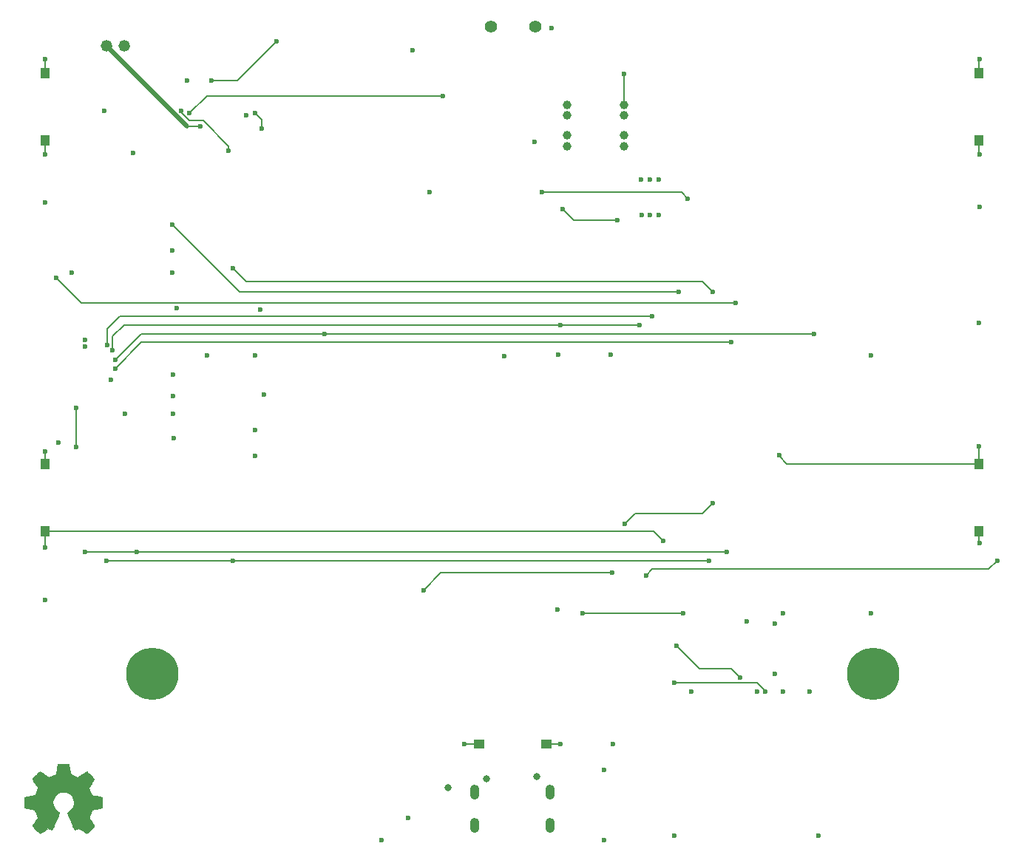
<source format=gbr>
%TF.GenerationSoftware,KiCad,Pcbnew,9.0.7*%
%TF.CreationDate,2026-02-12T15:19:16-05:00*%
%TF.ProjectId,OSHE-Reader-PCB,4f534845-2d52-4656-9164-65722d504342,rev?*%
%TF.SameCoordinates,Original*%
%TF.FileFunction,Copper,L1,Top*%
%TF.FilePolarity,Positive*%
%FSLAX46Y46*%
G04 Gerber Fmt 4.6, Leading zero omitted, Abs format (unit mm)*
G04 Created by KiCad (PCBNEW 9.0.7) date 2026-02-12 15:19:16*
%MOMM*%
%LPD*%
G01*
G04 APERTURE LIST*
%TA.AperFunction,EtchedComponent*%
%ADD10C,0.010000*%
%TD*%
%TA.AperFunction,WasherPad*%
%ADD11C,6.000000*%
%TD*%
%TA.AperFunction,SMDPad,CuDef*%
%ADD12R,1.000000X1.250000*%
%TD*%
%TA.AperFunction,SMDPad,CuDef*%
%ADD13R,1.250000X1.000000*%
%TD*%
%TA.AperFunction,ComponentPad*%
%ADD14C,1.400000*%
%TD*%
%TA.AperFunction,ComponentPad*%
%ADD15C,1.320800*%
%TD*%
%TA.AperFunction,WasherPad*%
%ADD16O,1.092200X1.701800*%
%TD*%
%TA.AperFunction,ViaPad*%
%ADD17C,0.600000*%
%TD*%
%TA.AperFunction,ViaPad*%
%ADD18C,0.800000*%
%TD*%
%TA.AperFunction,ViaPad*%
%ADD19C,1.000000*%
%TD*%
%TA.AperFunction,Conductor*%
%ADD20C,0.200000*%
%TD*%
%TA.AperFunction,Conductor*%
%ADD21C,0.500000*%
%TD*%
G04 APERTURE END LIST*
D10*
%TO.C,REF\u002A\u002A*%
X39278027Y-170900427D02*
X39390609Y-171497618D01*
X39806022Y-171668865D01*
X40221436Y-171840112D01*
X40719793Y-171501233D01*
X40859360Y-171406877D01*
X40985520Y-171322630D01*
X41092387Y-171252338D01*
X41174074Y-171199847D01*
X41224693Y-171169004D01*
X41238478Y-171162353D01*
X41263312Y-171179458D01*
X41316380Y-171226744D01*
X41391732Y-171298172D01*
X41483421Y-171387700D01*
X41585499Y-171489289D01*
X41692018Y-171596898D01*
X41797028Y-171704487D01*
X41894583Y-171806015D01*
X41978734Y-171895441D01*
X42043532Y-171966726D01*
X42083029Y-172013828D01*
X42092472Y-172029592D01*
X42078883Y-172058653D01*
X42040785Y-172122321D01*
X41982185Y-172214367D01*
X41907089Y-172328564D01*
X41819500Y-172458684D01*
X41768746Y-172532901D01*
X41676237Y-172668422D01*
X41594032Y-172790716D01*
X41526122Y-172893695D01*
X41476492Y-172971273D01*
X41449132Y-173017361D01*
X41445021Y-173027047D01*
X41454341Y-173054574D01*
X41479746Y-173118728D01*
X41517403Y-173210490D01*
X41563478Y-173320839D01*
X41614138Y-173440755D01*
X41665551Y-173561219D01*
X41713881Y-173673209D01*
X41755298Y-173767707D01*
X41785966Y-173835692D01*
X41802053Y-173868143D01*
X41803003Y-173869420D01*
X41828264Y-173875617D01*
X41895537Y-173889440D01*
X41997852Y-173909532D01*
X42128233Y-173934534D01*
X42279708Y-173963086D01*
X42368085Y-173979551D01*
X42529944Y-174010369D01*
X42676141Y-174039694D01*
X42799279Y-174065921D01*
X42891961Y-174087446D01*
X42946793Y-174102665D01*
X42957815Y-174107493D01*
X42968610Y-174140174D01*
X42977321Y-174213985D01*
X42983952Y-174320292D01*
X42988510Y-174450467D01*
X42991001Y-174595876D01*
X42991430Y-174747890D01*
X42989803Y-174897877D01*
X42986127Y-175037206D01*
X42980407Y-175157245D01*
X42972649Y-175249365D01*
X42962860Y-175304932D01*
X42956988Y-175316500D01*
X42921891Y-175330365D01*
X42847520Y-175350188D01*
X42743715Y-175373639D01*
X42620311Y-175398391D01*
X42577233Y-175406398D01*
X42369539Y-175444441D01*
X42205476Y-175475079D01*
X42079622Y-175499529D01*
X41986557Y-175519009D01*
X41920859Y-175534736D01*
X41877109Y-175547928D01*
X41849884Y-175559804D01*
X41833764Y-175571580D01*
X41831509Y-175573908D01*
X41808995Y-175611400D01*
X41774650Y-175684365D01*
X41731903Y-175783867D01*
X41684184Y-175900973D01*
X41634922Y-176026748D01*
X41587547Y-176152257D01*
X41545487Y-176268565D01*
X41512172Y-176366739D01*
X41491033Y-176437843D01*
X41485497Y-176472942D01*
X41485958Y-176474172D01*
X41504715Y-176502861D01*
X41547268Y-176565985D01*
X41609145Y-176656973D01*
X41685874Y-176769255D01*
X41772983Y-176896260D01*
X41797790Y-176932353D01*
X41886244Y-177063203D01*
X41964080Y-177182591D01*
X42027058Y-177283662D01*
X42070937Y-177359559D01*
X42091477Y-177403427D01*
X42092472Y-177408817D01*
X42075214Y-177437144D01*
X42027527Y-177493261D01*
X41955542Y-177571137D01*
X41865389Y-177664740D01*
X41763197Y-177768041D01*
X41655097Y-177875006D01*
X41547220Y-177979606D01*
X41445696Y-178075809D01*
X41356654Y-178157584D01*
X41286225Y-178218900D01*
X41240539Y-178253726D01*
X41227901Y-178259412D01*
X41198483Y-178246020D01*
X41138253Y-178209899D01*
X41057021Y-178157136D01*
X40994522Y-178114667D01*
X40881277Y-178036740D01*
X40747166Y-177944984D01*
X40612647Y-177853375D01*
X40540325Y-177804346D01*
X40295530Y-177638770D01*
X40090042Y-177749875D01*
X39996428Y-177798548D01*
X39916822Y-177836381D01*
X39862959Y-177857958D01*
X39849249Y-177860961D01*
X39832762Y-177838793D01*
X39800237Y-177776149D01*
X39754100Y-177678809D01*
X39696782Y-177552549D01*
X39630708Y-177403150D01*
X39558307Y-177236388D01*
X39482008Y-177058042D01*
X39404238Y-176873891D01*
X39327426Y-176689712D01*
X39253998Y-176511285D01*
X39186384Y-176344387D01*
X39127012Y-176194797D01*
X39078308Y-176068293D01*
X39042702Y-175970654D01*
X39022622Y-175907657D01*
X39019392Y-175886021D01*
X39044988Y-175858424D01*
X39101030Y-175813625D01*
X39175803Y-175760934D01*
X39182079Y-175756765D01*
X39375337Y-175602069D01*
X39531166Y-175421591D01*
X39648216Y-175221102D01*
X39725137Y-175006374D01*
X39760578Y-174783177D01*
X39753189Y-174557281D01*
X39701619Y-174334459D01*
X39604518Y-174120479D01*
X39575950Y-174073664D01*
X39427360Y-173884618D01*
X39251819Y-173732812D01*
X39055402Y-173619034D01*
X38844185Y-173544075D01*
X38624245Y-173508722D01*
X38401655Y-173513767D01*
X38182493Y-173559999D01*
X37972834Y-173648206D01*
X37778753Y-173779179D01*
X37718718Y-173832337D01*
X37565927Y-173998739D01*
X37454589Y-174173912D01*
X37378215Y-174370266D01*
X37335679Y-174564717D01*
X37325178Y-174783342D01*
X37360192Y-175003052D01*
X37437165Y-175216420D01*
X37552539Y-175416022D01*
X37702757Y-175594429D01*
X37884265Y-175744217D01*
X37908119Y-175760006D01*
X37983693Y-175811712D01*
X38041143Y-175856512D01*
X38068609Y-175885117D01*
X38069009Y-175886021D01*
X38063112Y-175916964D01*
X38039737Y-175987191D01*
X38001313Y-176090925D01*
X37950269Y-176222390D01*
X37889034Y-176375807D01*
X37820036Y-176545401D01*
X37745705Y-176725393D01*
X37668470Y-176910008D01*
X37590760Y-177093468D01*
X37515003Y-177269996D01*
X37443629Y-177433814D01*
X37379066Y-177579147D01*
X37323744Y-177700217D01*
X37280092Y-177791247D01*
X37250538Y-177846460D01*
X37238636Y-177860961D01*
X37202269Y-177849669D01*
X37134222Y-177819385D01*
X37046228Y-177775520D01*
X36997842Y-177749875D01*
X36792355Y-177638770D01*
X36547560Y-177804346D01*
X36422598Y-177889170D01*
X36285787Y-177982516D01*
X36157580Y-178070408D01*
X36093363Y-178114667D01*
X36003043Y-178175318D01*
X35926563Y-178223381D01*
X35873899Y-178252770D01*
X35856794Y-178258982D01*
X35831897Y-178242223D01*
X35776797Y-178195436D01*
X35696835Y-178123480D01*
X35597352Y-178031212D01*
X35483692Y-177923490D01*
X35411807Y-177854326D01*
X35286043Y-177730757D01*
X35177355Y-177620234D01*
X35090137Y-177527485D01*
X35028781Y-177457237D01*
X34997683Y-177414220D01*
X34994700Y-177405490D01*
X35008545Y-177372284D01*
X35046804Y-177305142D01*
X35105233Y-177210863D01*
X35179589Y-177096245D01*
X35265627Y-176968083D01*
X35290094Y-176932353D01*
X35379246Y-176802489D01*
X35459230Y-176685569D01*
X35525572Y-176588162D01*
X35573803Y-176516839D01*
X35599449Y-176478170D01*
X35601927Y-176474172D01*
X35598221Y-176443355D01*
X35578553Y-176375599D01*
X35546352Y-176279839D01*
X35505047Y-176165009D01*
X35458067Y-176040044D01*
X35408841Y-175913879D01*
X35360800Y-175795448D01*
X35317373Y-175693685D01*
X35281988Y-175617526D01*
X35258076Y-175575904D01*
X35256376Y-175573908D01*
X35241754Y-175562013D01*
X35217057Y-175550250D01*
X35176864Y-175537401D01*
X35115755Y-175522249D01*
X35028309Y-175503576D01*
X34909104Y-175480165D01*
X34752719Y-175450797D01*
X34553735Y-175414255D01*
X34510652Y-175406398D01*
X34382962Y-175381727D01*
X34271645Y-175357593D01*
X34186537Y-175336324D01*
X34137475Y-175320248D01*
X34130897Y-175316500D01*
X34120056Y-175283273D01*
X34111245Y-175209021D01*
X34104468Y-175102376D01*
X34099732Y-174971967D01*
X34097042Y-174826427D01*
X34096405Y-174674386D01*
X34097826Y-174524476D01*
X34101312Y-174385328D01*
X34106868Y-174265572D01*
X34114500Y-174173841D01*
X34124214Y-174118766D01*
X34130070Y-174107493D01*
X34162672Y-174096123D01*
X34236910Y-174077624D01*
X34345388Y-174053602D01*
X34480709Y-174025662D01*
X34635477Y-173995408D01*
X34719799Y-173979551D01*
X34879788Y-173949644D01*
X35022459Y-173922550D01*
X35140840Y-173899631D01*
X35227957Y-173882243D01*
X35276837Y-173871747D01*
X35284882Y-173869420D01*
X35298479Y-173843186D01*
X35327221Y-173779995D01*
X35367277Y-173688877D01*
X35414816Y-173578857D01*
X35466007Y-173458965D01*
X35517018Y-173338227D01*
X35564018Y-173225671D01*
X35603176Y-173130326D01*
X35630661Y-173061217D01*
X35642641Y-173027374D01*
X35642864Y-173025895D01*
X35629283Y-172999197D01*
X35591207Y-172937760D01*
X35532639Y-172847689D01*
X35457580Y-172735090D01*
X35370032Y-172606070D01*
X35319139Y-172531961D01*
X35226401Y-172396077D01*
X35144033Y-172272709D01*
X35076053Y-172168097D01*
X35026480Y-172088483D01*
X34999334Y-172040107D01*
X34995413Y-172029262D01*
X35012267Y-172004020D01*
X35058860Y-171950124D01*
X35129240Y-171873613D01*
X35217457Y-171780523D01*
X35317557Y-171676895D01*
X35423590Y-171568764D01*
X35529603Y-171462170D01*
X35629644Y-171363150D01*
X35717762Y-171277742D01*
X35788005Y-171211985D01*
X35834420Y-171171916D01*
X35849948Y-171162353D01*
X35875231Y-171175800D01*
X35935703Y-171213575D01*
X36025484Y-171271835D01*
X36138695Y-171346734D01*
X36269455Y-171434425D01*
X36368091Y-171501233D01*
X36866449Y-171840112D01*
X37281862Y-171668865D01*
X37697276Y-171497618D01*
X37809858Y-170900427D01*
X37922441Y-170303235D01*
X39165444Y-170303235D01*
X39278027Y-170900427D01*
%TA.AperFunction,EtchedComponent*%
G36*
X39278027Y-170900427D02*
G01*
X39390609Y-171497618D01*
X39806022Y-171668865D01*
X40221436Y-171840112D01*
X40719793Y-171501233D01*
X40859360Y-171406877D01*
X40985520Y-171322630D01*
X41092387Y-171252338D01*
X41174074Y-171199847D01*
X41224693Y-171169004D01*
X41238478Y-171162353D01*
X41263312Y-171179458D01*
X41316380Y-171226744D01*
X41391732Y-171298172D01*
X41483421Y-171387700D01*
X41585499Y-171489289D01*
X41692018Y-171596898D01*
X41797028Y-171704487D01*
X41894583Y-171806015D01*
X41978734Y-171895441D01*
X42043532Y-171966726D01*
X42083029Y-172013828D01*
X42092472Y-172029592D01*
X42078883Y-172058653D01*
X42040785Y-172122321D01*
X41982185Y-172214367D01*
X41907089Y-172328564D01*
X41819500Y-172458684D01*
X41768746Y-172532901D01*
X41676237Y-172668422D01*
X41594032Y-172790716D01*
X41526122Y-172893695D01*
X41476492Y-172971273D01*
X41449132Y-173017361D01*
X41445021Y-173027047D01*
X41454341Y-173054574D01*
X41479746Y-173118728D01*
X41517403Y-173210490D01*
X41563478Y-173320839D01*
X41614138Y-173440755D01*
X41665551Y-173561219D01*
X41713881Y-173673209D01*
X41755298Y-173767707D01*
X41785966Y-173835692D01*
X41802053Y-173868143D01*
X41803003Y-173869420D01*
X41828264Y-173875617D01*
X41895537Y-173889440D01*
X41997852Y-173909532D01*
X42128233Y-173934534D01*
X42279708Y-173963086D01*
X42368085Y-173979551D01*
X42529944Y-174010369D01*
X42676141Y-174039694D01*
X42799279Y-174065921D01*
X42891961Y-174087446D01*
X42946793Y-174102665D01*
X42957815Y-174107493D01*
X42968610Y-174140174D01*
X42977321Y-174213985D01*
X42983952Y-174320292D01*
X42988510Y-174450467D01*
X42991001Y-174595876D01*
X42991430Y-174747890D01*
X42989803Y-174897877D01*
X42986127Y-175037206D01*
X42980407Y-175157245D01*
X42972649Y-175249365D01*
X42962860Y-175304932D01*
X42956988Y-175316500D01*
X42921891Y-175330365D01*
X42847520Y-175350188D01*
X42743715Y-175373639D01*
X42620311Y-175398391D01*
X42577233Y-175406398D01*
X42369539Y-175444441D01*
X42205476Y-175475079D01*
X42079622Y-175499529D01*
X41986557Y-175519009D01*
X41920859Y-175534736D01*
X41877109Y-175547928D01*
X41849884Y-175559804D01*
X41833764Y-175571580D01*
X41831509Y-175573908D01*
X41808995Y-175611400D01*
X41774650Y-175684365D01*
X41731903Y-175783867D01*
X41684184Y-175900973D01*
X41634922Y-176026748D01*
X41587547Y-176152257D01*
X41545487Y-176268565D01*
X41512172Y-176366739D01*
X41491033Y-176437843D01*
X41485497Y-176472942D01*
X41485958Y-176474172D01*
X41504715Y-176502861D01*
X41547268Y-176565985D01*
X41609145Y-176656973D01*
X41685874Y-176769255D01*
X41772983Y-176896260D01*
X41797790Y-176932353D01*
X41886244Y-177063203D01*
X41964080Y-177182591D01*
X42027058Y-177283662D01*
X42070937Y-177359559D01*
X42091477Y-177403427D01*
X42092472Y-177408817D01*
X42075214Y-177437144D01*
X42027527Y-177493261D01*
X41955542Y-177571137D01*
X41865389Y-177664740D01*
X41763197Y-177768041D01*
X41655097Y-177875006D01*
X41547220Y-177979606D01*
X41445696Y-178075809D01*
X41356654Y-178157584D01*
X41286225Y-178218900D01*
X41240539Y-178253726D01*
X41227901Y-178259412D01*
X41198483Y-178246020D01*
X41138253Y-178209899D01*
X41057021Y-178157136D01*
X40994522Y-178114667D01*
X40881277Y-178036740D01*
X40747166Y-177944984D01*
X40612647Y-177853375D01*
X40540325Y-177804346D01*
X40295530Y-177638770D01*
X40090042Y-177749875D01*
X39996428Y-177798548D01*
X39916822Y-177836381D01*
X39862959Y-177857958D01*
X39849249Y-177860961D01*
X39832762Y-177838793D01*
X39800237Y-177776149D01*
X39754100Y-177678809D01*
X39696782Y-177552549D01*
X39630708Y-177403150D01*
X39558307Y-177236388D01*
X39482008Y-177058042D01*
X39404238Y-176873891D01*
X39327426Y-176689712D01*
X39253998Y-176511285D01*
X39186384Y-176344387D01*
X39127012Y-176194797D01*
X39078308Y-176068293D01*
X39042702Y-175970654D01*
X39022622Y-175907657D01*
X39019392Y-175886021D01*
X39044988Y-175858424D01*
X39101030Y-175813625D01*
X39175803Y-175760934D01*
X39182079Y-175756765D01*
X39375337Y-175602069D01*
X39531166Y-175421591D01*
X39648216Y-175221102D01*
X39725137Y-175006374D01*
X39760578Y-174783177D01*
X39753189Y-174557281D01*
X39701619Y-174334459D01*
X39604518Y-174120479D01*
X39575950Y-174073664D01*
X39427360Y-173884618D01*
X39251819Y-173732812D01*
X39055402Y-173619034D01*
X38844185Y-173544075D01*
X38624245Y-173508722D01*
X38401655Y-173513767D01*
X38182493Y-173559999D01*
X37972834Y-173648206D01*
X37778753Y-173779179D01*
X37718718Y-173832337D01*
X37565927Y-173998739D01*
X37454589Y-174173912D01*
X37378215Y-174370266D01*
X37335679Y-174564717D01*
X37325178Y-174783342D01*
X37360192Y-175003052D01*
X37437165Y-175216420D01*
X37552539Y-175416022D01*
X37702757Y-175594429D01*
X37884265Y-175744217D01*
X37908119Y-175760006D01*
X37983693Y-175811712D01*
X38041143Y-175856512D01*
X38068609Y-175885117D01*
X38069009Y-175886021D01*
X38063112Y-175916964D01*
X38039737Y-175987191D01*
X38001313Y-176090925D01*
X37950269Y-176222390D01*
X37889034Y-176375807D01*
X37820036Y-176545401D01*
X37745705Y-176725393D01*
X37668470Y-176910008D01*
X37590760Y-177093468D01*
X37515003Y-177269996D01*
X37443629Y-177433814D01*
X37379066Y-177579147D01*
X37323744Y-177700217D01*
X37280092Y-177791247D01*
X37250538Y-177846460D01*
X37238636Y-177860961D01*
X37202269Y-177849669D01*
X37134222Y-177819385D01*
X37046228Y-177775520D01*
X36997842Y-177749875D01*
X36792355Y-177638770D01*
X36547560Y-177804346D01*
X36422598Y-177889170D01*
X36285787Y-177982516D01*
X36157580Y-178070408D01*
X36093363Y-178114667D01*
X36003043Y-178175318D01*
X35926563Y-178223381D01*
X35873899Y-178252770D01*
X35856794Y-178258982D01*
X35831897Y-178242223D01*
X35776797Y-178195436D01*
X35696835Y-178123480D01*
X35597352Y-178031212D01*
X35483692Y-177923490D01*
X35411807Y-177854326D01*
X35286043Y-177730757D01*
X35177355Y-177620234D01*
X35090137Y-177527485D01*
X35028781Y-177457237D01*
X34997683Y-177414220D01*
X34994700Y-177405490D01*
X35008545Y-177372284D01*
X35046804Y-177305142D01*
X35105233Y-177210863D01*
X35179589Y-177096245D01*
X35265627Y-176968083D01*
X35290094Y-176932353D01*
X35379246Y-176802489D01*
X35459230Y-176685569D01*
X35525572Y-176588162D01*
X35573803Y-176516839D01*
X35599449Y-176478170D01*
X35601927Y-176474172D01*
X35598221Y-176443355D01*
X35578553Y-176375599D01*
X35546352Y-176279839D01*
X35505047Y-176165009D01*
X35458067Y-176040044D01*
X35408841Y-175913879D01*
X35360800Y-175795448D01*
X35317373Y-175693685D01*
X35281988Y-175617526D01*
X35258076Y-175575904D01*
X35256376Y-175573908D01*
X35241754Y-175562013D01*
X35217057Y-175550250D01*
X35176864Y-175537401D01*
X35115755Y-175522249D01*
X35028309Y-175503576D01*
X34909104Y-175480165D01*
X34752719Y-175450797D01*
X34553735Y-175414255D01*
X34510652Y-175406398D01*
X34382962Y-175381727D01*
X34271645Y-175357593D01*
X34186537Y-175336324D01*
X34137475Y-175320248D01*
X34130897Y-175316500D01*
X34120056Y-175283273D01*
X34111245Y-175209021D01*
X34104468Y-175102376D01*
X34099732Y-174971967D01*
X34097042Y-174826427D01*
X34096405Y-174674386D01*
X34097826Y-174524476D01*
X34101312Y-174385328D01*
X34106868Y-174265572D01*
X34114500Y-174173841D01*
X34124214Y-174118766D01*
X34130070Y-174107493D01*
X34162672Y-174096123D01*
X34236910Y-174077624D01*
X34345388Y-174053602D01*
X34480709Y-174025662D01*
X34635477Y-173995408D01*
X34719799Y-173979551D01*
X34879788Y-173949644D01*
X35022459Y-173922550D01*
X35140840Y-173899631D01*
X35227957Y-173882243D01*
X35276837Y-173871747D01*
X35284882Y-173869420D01*
X35298479Y-173843186D01*
X35327221Y-173779995D01*
X35367277Y-173688877D01*
X35414816Y-173578857D01*
X35466007Y-173458965D01*
X35517018Y-173338227D01*
X35564018Y-173225671D01*
X35603176Y-173130326D01*
X35630661Y-173061217D01*
X35642641Y-173027374D01*
X35642864Y-173025895D01*
X35629283Y-172999197D01*
X35591207Y-172937760D01*
X35532639Y-172847689D01*
X35457580Y-172735090D01*
X35370032Y-172606070D01*
X35319139Y-172531961D01*
X35226401Y-172396077D01*
X35144033Y-172272709D01*
X35076053Y-172168097D01*
X35026480Y-172088483D01*
X34999334Y-172040107D01*
X34995413Y-172029262D01*
X35012267Y-172004020D01*
X35058860Y-171950124D01*
X35129240Y-171873613D01*
X35217457Y-171780523D01*
X35317557Y-171676895D01*
X35423590Y-171568764D01*
X35529603Y-171462170D01*
X35629644Y-171363150D01*
X35717762Y-171277742D01*
X35788005Y-171211985D01*
X35834420Y-171171916D01*
X35849948Y-171162353D01*
X35875231Y-171175800D01*
X35935703Y-171213575D01*
X36025484Y-171271835D01*
X36138695Y-171346734D01*
X36269455Y-171434425D01*
X36368091Y-171501233D01*
X36866449Y-171840112D01*
X37281862Y-171668865D01*
X37697276Y-171497618D01*
X37809858Y-170900427D01*
X37922441Y-170303235D01*
X39165444Y-170303235D01*
X39278027Y-170900427D01*
G37*
%TD.AperFunction*%
%TD*%
D11*
%TO.P,H2,*%
%TO.N,*%
X131250000Y-160000000D03*
%TD*%
D12*
%TO.P,SW2,1,1*%
%TO.N,+3V3*%
X143400131Y-143675700D03*
%TO.P,SW2,2,2*%
%TO.N,/Buttons/RightButton*%
X143400131Y-135925700D03*
%TD*%
D13*
%TO.P,SW5,1,1*%
%TO.N,+3V3*%
X86125000Y-168000000D03*
%TO.P,SW5,2,2*%
%TO.N,/Buttons/HomeButton*%
X93875000Y-168000000D03*
%TD*%
D14*
%TO.P,TH2,1*%
%TO.N,/Battery Charging/TS*%
X87490000Y-85775800D03*
%TO.P,TH2,2*%
%TO.N,GND*%
X92570000Y-85775800D03*
%TD*%
D12*
%TO.P,SW3,1,1*%
%TO.N,+3V3*%
X36500000Y-91125001D03*
%TO.P,SW3,2,2*%
%TO.N,/Buttons/UpButton*%
X36500000Y-98875001D03*
%TD*%
%TO.P,SW1,1,1*%
%TO.N,/Buttons/LeftButton*%
X143400000Y-98875001D03*
%TO.P,SW1,2,2*%
%TO.N,+3V3*%
X143400000Y-91125001D03*
%TD*%
%TO.P,SW4,1,1*%
%TO.N,+3V3*%
X36500000Y-135925702D03*
%TO.P,SW4,2,2*%
%TO.N,/Buttons/DownButton*%
X36500000Y-143675702D03*
%TD*%
D11*
%TO.P,H1,*%
%TO.N,*%
X48750000Y-160000000D03*
%TD*%
D15*
%TO.P,J4,1,1*%
%TO.N,/BAT+*%
X43486400Y-88040000D03*
%TO.P,J4,2,2*%
%TO.N,GND*%
X45486401Y-88040000D03*
%TD*%
D16*
%TO.P,J1,*%
%TO.N,*%
X94320000Y-177345599D03*
X94320000Y-173545600D03*
X85680000Y-177345599D03*
X85680000Y-173545600D03*
%TD*%
D17*
%TO.N,/Battery Charging/VBUS*%
X61250000Y-97500000D03*
X60500000Y-95750000D03*
%TO.N,GND*%
X75000000Y-179000000D03*
X43250000Y-95500000D03*
X55000000Y-123500000D03*
X36500000Y-106000000D03*
X39500000Y-114000000D03*
X118000000Y-162000000D03*
X44000000Y-126274202D03*
D18*
X82600000Y-173000000D03*
D19*
X102750000Y-99500000D03*
X102750000Y-94750000D03*
D17*
X61091350Y-118200000D03*
X105750000Y-107400000D03*
X101200000Y-123400000D03*
X51000000Y-114000000D03*
X36500000Y-151500000D03*
X46500000Y-100250000D03*
X110500000Y-162000000D03*
X51500000Y-118108375D03*
D19*
X102750000Y-96000000D03*
D17*
X104750000Y-107400000D03*
X131000000Y-153000000D03*
X124000000Y-162000000D03*
X60500000Y-132000000D03*
X116800000Y-154000000D03*
X51200000Y-133000000D03*
X92500000Y-99000000D03*
D19*
X102750000Y-98250000D03*
D17*
X51086273Y-125665039D03*
X121000000Y-153000000D03*
X105750000Y-103300000D03*
X95140000Y-152640000D03*
X106750000Y-107425000D03*
X106750000Y-103325000D03*
X100500000Y-179000000D03*
X51086273Y-128165039D03*
X80500000Y-104750000D03*
X104725000Y-103325000D03*
X108500000Y-178500000D03*
X51000000Y-111500000D03*
X125000000Y-178500000D03*
X78500000Y-88500000D03*
X60500000Y-135000000D03*
X121000000Y-162000000D03*
X120000000Y-154200000D03*
X78000000Y-176500000D03*
X52750000Y-92000000D03*
X41000000Y-121674201D03*
X102750000Y-91250000D03*
X89000000Y-123600000D03*
X59500000Y-96000000D03*
X94500000Y-86000000D03*
D18*
X87000000Y-172000000D03*
D17*
X51086273Y-130165039D03*
X100500000Y-171000000D03*
X143400000Y-119800000D03*
X131000000Y-123500000D03*
X101500000Y-168000000D03*
D18*
X92749936Y-171749936D03*
D17*
X38000000Y-133500000D03*
X143500000Y-106500000D03*
%TO.N,+3V3*%
X84500000Y-168000000D03*
X36500000Y-89500000D03*
D19*
X96250000Y-96000000D03*
D17*
X36500000Y-134500000D03*
X41000000Y-122500000D03*
X143500000Y-89500000D03*
D19*
X96250000Y-94750000D03*
D17*
X143500000Y-145000000D03*
X95200000Y-123400000D03*
X120000000Y-160000000D03*
X61500000Y-128000000D03*
D19*
X96250000Y-98250000D03*
D17*
X45600000Y-130200000D03*
X60500000Y-123500000D03*
D19*
X96250000Y-99500000D03*
D17*
%TO.N,/SCK*%
X104500000Y-120000000D03*
X44176702Y-122893731D03*
X108500000Y-161000000D03*
X95500000Y-120000000D03*
X118933800Y-162000000D03*
%TO.N,/COPI*%
X106000000Y-119000000D03*
X108776000Y-156776000D03*
X116033799Y-160400000D03*
X43576700Y-122293731D03*
%TO.N,/EP_RESET*%
X44500000Y-124000000D03*
X68500000Y-121000000D03*
X124500000Y-121000000D03*
%TO.N,/EP_CS*%
X41000000Y-146000000D03*
X40000000Y-129500000D03*
X47000000Y-146000000D03*
X40000000Y-134000000D03*
X114500000Y-146000000D03*
%TO.N,/EP_BUSY*%
X44500000Y-125000000D03*
X115000000Y-122000000D03*
%TO.N,/EP_D{slash}C*%
X58000000Y-147000000D03*
X43500000Y-147000000D03*
X112500000Y-147000000D03*
%TO.N,/Buttons/RightButton*%
X120540000Y-134960000D03*
X143400131Y-133865669D03*
%TO.N,Net-(U4-GPIO0)*%
X51000000Y-108500000D03*
X109000000Y-116250000D03*
%TO.N,/Buttons/DownButton*%
X107250000Y-144750000D03*
X36500000Y-145500000D03*
%TO.N,/BAT_STAT*%
X101400000Y-148400000D03*
X58000000Y-113500000D03*
X52000000Y-95500000D03*
X57500000Y-100000000D03*
X112920000Y-140400000D03*
X102800000Y-142800000D03*
X112920000Y-116170000D03*
X79800000Y-150400000D03*
%TO.N,/BAT+*%
X54250000Y-97250000D03*
%TO.N,Net-(U1-CC)*%
X63000000Y-87500000D03*
X55500000Y-92000000D03*
%TO.N,/Battery Charging/TS*%
X53000000Y-95750000D03*
X82000000Y-93750000D03*
%TO.N,Net-(U3-EN)*%
X110079226Y-105500000D03*
X93329226Y-104750000D03*
%TO.N,/Buttons/LeftButton*%
X105300000Y-148700000D03*
X143500000Y-100500000D03*
X145500000Y-147000000D03*
%TO.N,/Buttons/UpButton*%
X36500000Y-100500000D03*
X37705050Y-114602525D03*
X115500000Y-117508375D03*
%TO.N,/Buttons/HomeButton*%
X95500000Y-168000000D03*
X109500000Y-153000000D03*
X98000000Y-153000000D03*
%TO.N,Net-(U3-BOOT)*%
X95750000Y-106750000D03*
X102000000Y-108000000D03*
%TD*%
D20*
%TO.N,/Battery Charging/VBUS*%
X61250000Y-97500000D02*
X61250000Y-96500000D01*
X61250000Y-96500000D02*
X60500000Y-95750000D01*
%TO.N,GND*%
X102750000Y-91250000D02*
X102750000Y-94750000D01*
%TO.N,+3V3*%
X86125000Y-168000000D02*
X84500000Y-168000000D01*
X143400000Y-91125001D02*
X143400000Y-89600000D01*
X36500000Y-135925702D02*
X36500000Y-134500000D01*
X143400131Y-144900131D02*
X143500000Y-145000000D01*
X143400000Y-89600000D02*
X143500000Y-89500000D01*
X36500000Y-91125001D02*
X36500000Y-89500000D01*
X143400131Y-143675700D02*
X143400131Y-144900131D01*
%TO.N,/SCK*%
X95500000Y-120000000D02*
X104500000Y-120000000D01*
X44176702Y-121323298D02*
X45500000Y-120000000D01*
X108500000Y-161000000D02*
X118000000Y-161000000D01*
X118933800Y-161933800D02*
X118933800Y-162000000D01*
X45500000Y-120000000D02*
X95500000Y-120000000D01*
X118000000Y-161000000D02*
X118933800Y-161933800D01*
X44176702Y-122893731D02*
X44176702Y-121323298D01*
%TO.N,/COPI*%
X116033799Y-160400000D02*
X115033799Y-159400000D01*
X111400000Y-159400000D02*
X108776000Y-156776000D01*
X43576700Y-122293731D02*
X43576700Y-120423300D01*
X106000000Y-119000000D02*
X45000000Y-119000000D01*
X43576700Y-120423300D02*
X45000000Y-119000000D01*
X115033799Y-159400000D02*
X111400000Y-159400000D01*
%TO.N,/EP_RESET*%
X68500000Y-121000000D02*
X47500000Y-121000000D01*
X47500000Y-121000000D02*
X44500000Y-124000000D01*
X124500000Y-121000000D02*
X68500000Y-121000000D01*
%TO.N,/EP_CS*%
X114500000Y-146000000D02*
X47000000Y-146000000D01*
X47000000Y-146000000D02*
X41000000Y-146000000D01*
X40000000Y-129500000D02*
X40000000Y-134000000D01*
%TO.N,/EP_BUSY*%
X44500000Y-125000000D02*
X47500000Y-122000000D01*
X47500000Y-122000000D02*
X115000000Y-122000000D01*
%TO.N,/EP_D{slash}C*%
X54000000Y-147000000D02*
X112500000Y-147000000D01*
X43500000Y-147000000D02*
X54000000Y-147000000D01*
%TO.N,/Buttons/RightButton*%
X121425700Y-135925700D02*
X143400131Y-135925700D01*
X120540000Y-134960000D02*
X120540000Y-135040000D01*
X143400131Y-133865669D02*
X143400131Y-135925700D01*
X120540000Y-135040000D02*
X121425700Y-135925700D01*
%TO.N,Net-(U4-GPIO0)*%
X51000000Y-108500000D02*
X58750000Y-116250000D01*
X58750000Y-116250000D02*
X64750000Y-116250000D01*
X64750000Y-116250000D02*
X109000000Y-116250000D01*
%TO.N,/Buttons/DownButton*%
X36500000Y-145500000D02*
X36500000Y-143675702D01*
X106175702Y-143675702D02*
X36500000Y-143675702D01*
X107250000Y-144750000D02*
X106175702Y-143675702D01*
%TO.N,/BAT_STAT*%
X52000000Y-95599943D02*
X52000000Y-95500000D01*
X57500000Y-99500000D02*
X57500000Y-100000000D01*
X111720000Y-141600000D02*
X104000000Y-141600000D01*
X111750000Y-115000000D02*
X112920000Y-116170000D01*
X81800000Y-148400000D02*
X101400000Y-148400000D01*
X54549972Y-96549972D02*
X57500000Y-99500000D01*
X79800000Y-150400000D02*
X81800000Y-148400000D01*
X52950028Y-96549972D02*
X52000000Y-95599943D01*
X112920000Y-140400000D02*
X111720000Y-141600000D01*
X58000000Y-113500000D02*
X59500000Y-115000000D01*
X104000000Y-141600000D02*
X102800000Y-142800000D01*
X59500000Y-115000000D02*
X111750000Y-115000000D01*
X52950028Y-96549972D02*
X54549972Y-96549972D01*
D21*
%TO.N,/BAT+*%
X52696400Y-97250000D02*
X43486400Y-88040000D01*
D20*
X54250000Y-97250000D02*
X52696400Y-97250000D01*
%TO.N,Net-(U1-CC)*%
X55500000Y-92000000D02*
X58500000Y-92000000D01*
X60500000Y-90000000D02*
X63000000Y-87500000D01*
X58500000Y-92000000D02*
X60500000Y-90000000D01*
%TO.N,/Battery Charging/TS*%
X53000000Y-95750000D02*
X55000000Y-93750000D01*
X55000000Y-93750000D02*
X82000000Y-93750000D01*
%TO.N,Net-(U3-EN)*%
X110079226Y-105500000D02*
X109329226Y-104750000D01*
X109329226Y-104750000D02*
X93329226Y-104750000D01*
%TO.N,/Buttons/LeftButton*%
X143400000Y-100400000D02*
X143500000Y-100500000D01*
X144500000Y-148000000D02*
X106000000Y-148000000D01*
X143400000Y-98875001D02*
X143400000Y-100400000D01*
X145500000Y-147000000D02*
X144500000Y-148000000D01*
X106000000Y-148000000D02*
X105300000Y-148700000D01*
%TO.N,/Buttons/UpButton*%
X37705050Y-114602525D02*
X40610900Y-117508375D01*
X40610900Y-117508375D02*
X115500000Y-117508375D01*
X36500000Y-100500000D02*
X36500000Y-98875001D01*
%TO.N,/Buttons/HomeButton*%
X98000000Y-153000000D02*
X109500000Y-153000000D01*
X93875000Y-168000000D02*
X95500000Y-168000000D01*
%TO.N,Net-(U3-BOOT)*%
X95750000Y-106750000D02*
X97000000Y-108000000D01*
X97000000Y-108000000D02*
X102000000Y-108000000D01*
%TD*%
M02*

</source>
